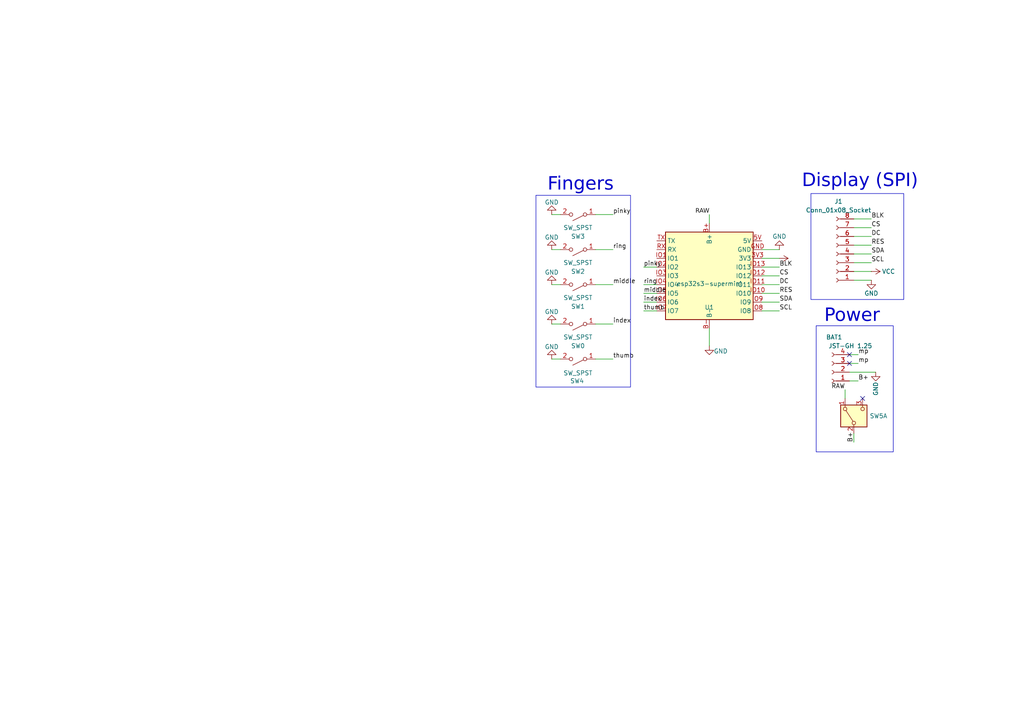
<source format=kicad_sch>
(kicad_sch (version 20250114) (generator "eeschema") (generator_version "9.0")
  (paper "A4")
  (lib_symbols
    (symbol "Connector:Conn_01x04_Socket" (pin_names (offset 1.016) (hide yes))
      (property "Reference" "J" (at 0 5.08 0))
      (property "Value" "Conn_01x04_Socket" (at 0 -7.62 0))
      (symbol "Conn_01x04_Socket_1_1"
        (polyline (pts (xy -1.27 2.54) (xy -0.508 2.54)) (stroke (width 0.1524)))
        (polyline (pts (xy -1.27 0) (xy -0.508 0)) (stroke (width 0.1524)))
        (polyline (pts (xy -1.27 -2.54) (xy -0.508 -2.54)) (stroke (width 0.1524)))
        (polyline (pts (xy -1.27 -5.08) (xy -0.508 -5.08)) (stroke (width 0.1524)))
        (arc (start 0 2.032) (mid -0.5058 2.54) (end 0 3.048) (stroke (width 0.1524)))
        (arc (start 0 -0.508) (mid -0.5058 0) (end 0 0.508) (stroke (width 0.1524)))
        (arc (start 0 -3.048) (mid -0.5058 -2.54) (end 0 -2.032) (stroke (width 0.1524)))
        (arc (start 0 -5.588) (mid -0.5058 -5.08) (end 0 -4.572) (stroke (width 0.1524)))
        (pin passive line (at -5.08 2.54 0) (length 3.81) (name "Pin_1") (number "1"))
        (pin passive line (at -5.08 0 0) (length 3.81) (name "Pin_2") (number "2"))
        (pin passive line (at -5.08 -2.54 0) (length 3.81) (name "Pin_3") (number "3"))
        (pin passive line (at -5.08 -5.08 0) (length 3.81) (name "Pin_4") (number "4"))
      )
    )
    (symbol "Connector:Conn_01x08_Socket" (pin_names (offset 1.016) (hide yes))
      (property "Reference" "J" (at 0 10.16 0))
      (property "Value" "Conn_01x08_Socket" (at 0 -12.7 0))
      (symbol "Conn_01x08_Socket_1_1"
        (polyline (pts (xy -1.27 7.62) (xy -0.508 7.62)) (stroke (width 0.1524)))
        (polyline (pts (xy -1.27 5.08) (xy -0.508 5.08)) (stroke (width 0.1524)))
        (polyline (pts (xy -1.27 2.54) (xy -0.508 2.54)) (stroke (width 0.1524)))
        (polyline (pts (xy -1.27 0) (xy -0.508 0)) (stroke (width 0.1524)))
        (polyline (pts (xy -1.27 -2.54) (xy -0.508 -2.54)) (stroke (width 0.1524)))
        (polyline (pts (xy -1.27 -5.08) (xy -0.508 -5.08)) (stroke (width 0.1524)))
        (polyline (pts (xy -1.27 -7.62) (xy -0.508 -7.62)) (stroke (width 0.1524)))
        (polyline (pts (xy -1.27 -10.16) (xy -0.508 -10.16)) (stroke (width 0.1524)))
        (arc (start 0 7.112) (mid -0.5058 7.62) (end 0 8.128) (stroke (width 0.1524)))
        (arc (start 0 4.572) (mid -0.5058 5.08) (end 0 5.588) (stroke (width 0.1524)))
        (arc (start 0 2.032) (mid -0.5058 2.54) (end 0 3.048) (stroke (width 0.1524)))
        (arc (start 0 -0.508) (mid -0.5058 0) (end 0 0.508) (stroke (width 0.1524)))
        (arc (start 0 -3.048) (mid -0.5058 -2.54) (end 0 -2.032) (stroke (width 0.1524)))
        (arc (start 0 -5.588) (mid -0.5058 -5.08) (end 0 -4.572) (stroke (width 0.1524)))
        (arc (start 0 -8.128) (mid -0.5058 -7.62) (end 0 -7.112) (stroke (width 0.1524)))
        (arc (start 0 -10.668) (mid -0.5058 -10.16) (end 0 -9.652) (stroke (width 0.1524)))
        (pin passive line (at -5.08 7.62 0) (length 3.81) (name "Pin_1") (number "1"))
        (pin passive line (at -5.08 5.08 0) (length 3.81) (name "Pin_2") (number "2"))
        (pin passive line (at -5.08 2.54 0) (length 3.81) (name "Pin_3") (number "3"))
        (pin passive line (at -5.08 0 0) (length 3.81) (name "Pin_4") (number "4"))
        (pin passive line (at -5.08 -2.54 0) (length 3.81) (name "Pin_5") (number "5"))
        (pin passive line (at -5.08 -5.08 0) (length 3.81) (name "Pin_6") (number "6"))
        (pin passive line (at -5.08 -7.62 0) (length 3.81) (name "Pin_7") (number "7"))
        (pin passive line (at -5.08 -10.16 0) (length 3.81) (name "Pin_8") (number "8"))
      )
    )
    (symbol "Switch:SW_DPDT_x2" (pin_names (offset 0) (hide yes))
      (property "Reference" "SW" (at 0 5.08 0))
      (property "Value" "SW_DPDT_x2" (at 0 -5.08 0))
      (symbol "SW_DPDT_x2_0_0"
        (circle (center -2.032 0) (radius 0.508))
        (circle (center 2.032 -2.54) (radius 0.508))
      )
      (symbol "SW_DPDT_x2_0_1"
        (rectangle (start -3.175 3.81) (end 3.175 -3.81) (stroke (width 0.254)) (fill (type background)))
        (polyline (pts (xy -1.524 0.254) (xy 1.5748 2.286)))
        (circle (center 2.032 2.54) (radius 0.508))
      )
      (symbol "SW_DPDT_x2_1_1"
        (pin passive line (at -5.08 0 0) (length 2.54) (name "B") (number "2"))
        (pin passive line (at 5.08 2.54 180) (length 2.54) (name "A") (number "1"))
        (pin passive line (at 5.08 -2.54 180) (length 2.54) (name "C") (number "3"))
      )
      (symbol "SW_DPDT_x2_2_1"
        (pin passive line (at -5.08 0 0) (length 2.54) (name "B") (number "5"))
        (pin passive line (at 5.08 2.54 180) (length 2.54) (name "A") (number "4"))
        (pin passive line (at 5.08 -2.54 180) (length 2.54) (name "C") (number "6"))
      )
    )
    (symbol "esp32s3-supermini:esp32s3-supermini"
      (property "Reference" "U1" (at 2.54 -15.24 0))
      (property "Value" "esp32s3-supermini" (at -6.604 1.778 0))
      (symbol "esp32s3-supermini_1_1"
        (rectangle (start -12.7 15.24) (end 12.7 -10.16) (stroke (width 0.254)) (fill (type background)))
        (pin output line (at -15.24 12.7 0) (length 2.54) (name "TX") (number "TX"))
        (pin input line (at -15.24 10.16 0) (length 2.54) (name "RX") (number "RX"))
        (pin bidirectional line (at -15.24 7.62 0) (length 2.54) (name "IO1") (number "IO1"))
        (pin bidirectional line (at -15.24 5.08 0) (length 2.54) (name "IO2") (number "IO2"))
        (pin bidirectional line (at -15.24 2.54 0) (length 2.54) (name "IO3") (number "IO3"))
        (pin bidirectional line (at -15.24 0 0) (length 2.54) (name "IO4") (number "IO4"))
        (pin bidirectional line (at -15.24 -2.54 0) (length 2.54) (name "IO5") (number "IO5"))
        (pin bidirectional line (at -15.24 -5.08 0) (length 2.54) (name "IO6") (number "IO6"))
        (pin bidirectional line (at -15.24 -7.62 0) (length 2.54) (name "IO7") (number "IO7"))
        (pin passive line (at 0 17.78 270) (length 2.54) (name "B+") (number "B+"))
        (pin passive line (at 0 -12.7 90) (length 2.54) (name "B-") (number "B-"))
        (pin power_in line (at 15.24 12.7 180) (length 2.54) (name "5V") (number "5V"))
        (pin power_in line (at 15.24 10.16 180) (length 2.54) (name "GND") (number "GND"))
        (pin power_out line (at 15.24 7.62 180) (length 2.54) (name "3V3") (number "3V3"))
        (pin bidirectional line (at 15.24 5.08 180) (length 2.54) (name "IO13") (number "IO13"))
        (pin bidirectional line (at 15.24 2.54 180) (length 2.54) (name "IO12") (number "IO12"))
        (pin bidirectional line (at 15.24 0 180) (length 2.54) (name "IO11") (number "IO11"))
        (pin bidirectional line (at 15.24 -2.54 180) (length 2.54) (name "IO10") (number "IO10"))
        (pin bidirectional line (at 15.24 -5.08 180) (length 2.54) (name "IO9") (number "IO9"))
        (pin bidirectional line (at 15.24 -7.62 180) (length 2.54) (name "IO8") (number "IO8"))
      )
    )
    (symbol "power:GND" (power) (pin_numbers (hide yes)) (pin_names (offset 0) (hide yes))
      (property "Value" "GND" (at 0 -3.81 0))
      (symbol "GND_0_1"
        (polyline (pts (xy 0 0) (xy 0 -1.27) (xy 1.27 -1.27) (xy 0 -2.54) (xy -1.27 -1.27) (xy 0 -1.27)))
      )
      (symbol "GND_1_1"
        (pin power_in line (at 0 0 270) (length 0) (name "~") (number "1"))
      )
    )
    (symbol "power:VCC" (power) (pin_numbers (hide yes)) (pin_names (offset 0) (hide yes))
      (property "Value" "VCC" (at 0 3.556 0))
      (symbol "VCC_0_1"
        (polyline (pts (xy -0.762 1.27) (xy 0 2.54)))
        (polyline (pts (xy 0 2.54) (xy 0.762 1.27)))
        (polyline (pts (xy 0 0) (xy 0 2.54)))
      )
      (symbol "VCC_1_1"
        (pin power_in line (at 0 0 90) (length 0) (name "~") (number "1"))
      )
    )
    (symbol "sw_spst_rt_ang_tactile:SW_SPST" (pin_names (offset 0) (hide yes))
      (property "Reference" "SW" (at 0 3.175 0))
      (property "Value" "SW_SPST" (at 0 -2.54 0))
      (symbol "SW_SPST_0_0"
        (circle (center -2.032 0) (radius 0.508))
        (polyline (pts (xy -1.524 0.254) (xy 1.524 1.778)))
        (circle (center 2.032 0) (radius 0.508))
      )
      (symbol "SW_SPST_1_1"
        (pin passive line (at -5.08 0 0) (length 2.54) (name "A") (number "1"))
        (pin passive line (at 5.08 0 180) (length 2.54) (name "B") (number "2"))
      )
    )
  )
  (rectangle (start 155.448 56.642) (end 182.88 112.268))
  (rectangle (start 236.728 94.488) (end 259.08 131.064))
  (rectangle (start 235.204 56.134) (end 262.128 86.868))
  (text "Fingers\n" (at 168.402 54.61 0) (effects (font (size 3.81 3.81))))
  (text "Display (SPI)" (at 249.428 53.594 0) (effects (font (size 3.81 3.81))))
  (text "Power\n" (at 247.142 92.71 0) (effects (font (size 3.81 3.81))))
  (no_connect (at 246.38 102.87))
  (no_connect (at 250.19 115.57))
  (no_connect (at 246.38 105.41))
  (wire (pts (xy 246.38 105.41) (xy 248.92 105.41)))
  (wire (pts (xy 205.74 64.77) (xy 205.74 62.23)))
  (wire (pts (xy 246.38 102.87) (xy 248.92 102.87)))
  (wire (pts (xy 220.98 72.39) (xy 226.06 72.39)))
  (wire (pts (xy 186.69 87.63) (xy 190.5 87.63)))
  (wire (pts (xy 247.65 73.66) (xy 252.73 73.66)))
  (wire (pts (xy 172.72 62.23) (xy 177.8 62.23)))
  (wire (pts (xy 172.72 93.98) (xy 177.8 93.98)))
  (wire (pts (xy 160.02 72.39) (xy 162.56 72.39)))
  (wire (pts (xy 247.65 71.12) (xy 252.73 71.12)))
  (wire (pts (xy 247.65 68.58) (xy 252.73 68.58)))
  (wire (pts (xy 220.98 85.09) (xy 226.06 85.09)))
  (wire (pts (xy 247.65 76.2) (xy 252.73 76.2)))
  (wire (pts (xy 186.69 85.09) (xy 190.5 85.09)))
  (wire (pts (xy 186.69 82.55) (xy 190.5 82.55)))
  (wire (pts (xy 172.72 82.55) (xy 177.8 82.55)))
  (wire (pts (xy 247.65 125.73) (xy 247.65 128.27)))
  (wire (pts (xy 220.98 77.47) (xy 226.06 77.47)))
  (wire (pts (xy 220.98 90.17) (xy 226.06 90.17)))
  (wire (pts (xy 205.74 95.25) (xy 205.74 100.33)))
  (wire (pts (xy 247.65 78.74) (xy 252.73 78.74)))
  (wire (pts (xy 172.72 104.14) (xy 177.8 104.14)))
  (wire (pts (xy 220.98 80.01) (xy 226.06 80.01)))
  (wire (pts (xy 186.69 77.47) (xy 190.5 77.47)))
  (wire (pts (xy 245.11 113.03) (xy 245.11 115.57)))
  (wire (pts (xy 172.72 72.39) (xy 177.8 72.39)))
  (wire (pts (xy 247.65 66.04) (xy 252.73 66.04)))
  (wire (pts (xy 160.02 104.14) (xy 162.56 104.14)))
  (wire (pts (xy 160.02 82.55) (xy 162.56 82.55)))
  (wire (pts (xy 246.38 110.49) (xy 248.92 110.49)))
  (wire (pts (xy 246.38 107.95) (xy 254 107.95)))
  (wire (pts (xy 220.98 87.63) (xy 226.06 87.63)))
  (wire (pts (xy 247.65 81.28) (xy 252.73 81.28)))
  (wire (pts (xy 160.02 93.98) (xy 162.56 93.98)))
  (wire (pts (xy 247.65 63.5) (xy 252.73 63.5)))
  (wire (pts (xy 220.98 82.55) (xy 226.06 82.55)))
  (wire (pts (xy 220.98 74.93) (xy 226.06 74.93)))
  (wire (pts (xy 160.02 62.23) (xy 162.56 62.23)))
  (wire (pts (xy 186.69 90.17) (xy 190.5 90.17)))
  (label "ring" (at 177.8 72.39 0))
  (label "B+" (at 248.92 110.49 0))
  (label "thumb" (at 177.8 104.14 0))
  (label "mp" (at 248.92 105.41 0))
  (label "B+" (at 247.65 128.27 90))
  (label "RAW" (at 205.74 62.23 180))
  (label "SCL" (at 252.73 76.2 0))
  (label "RES" (at 226.06 85.09 0))
  (label "CS" (at 252.73 66.04 0))
  (label "pinky" (at 186.69 77.47 0))
  (label "SDA" (at 226.06 87.63 0))
  (label "ring" (at 186.69 82.55 0))
  (label "SDA" (at 252.73 73.66 0))
  (label "mp" (at 248.92 102.87 0))
  (label "CS" (at 226.06 80.01 0))
  (label "middle" (at 177.8 82.55 0))
  (label "BLK" (at 226.06 77.47 0))
  (label "index" (at 177.8 93.98 0))
  (label "DC" (at 226.06 82.55 0))
  (label "pinky" (at 177.8 62.23 0))
  (label "middle" (at 186.69 85.09 0))
  (label "SCL" (at 226.06 90.17 0))
  (label "index" (at 186.69 87.63 0))
  (label "BLK" (at 252.73 63.5 0))
  (label "thumb" (at 186.69 90.17 0))
  (label "RAW" (at 245.11 113.03 180))
  (label "DC" (at 252.73 68.58 0))
  (label "RES" (at 252.73 71.12 0))
  (symbol (lib_id "Connector:Conn_01x08_Socket") (at 242.57 73.66 180) (unit 1)
    (property "Reference" "J1" (at 243.205 58.42 0))
    (property "Value" "Conn_01x08_Socket" (at 243.205 60.96 0))
    (property "Footprint" "footprints:tft-169-st7789-rt-ang" (effects (hide yes)))
    (property "Description" "Generic connector, single row, 01x08, script generated" (effects (hide yes)))
  )
  (symbol (lib_id "Switch:SW_DPDT_x2") (at 247.65 120.65 90) (unit 1)
    (property "Reference" "SW5" (at 252.222 120.65 90) (effects (justify right)))
    (property "Value" "SW_DPDT_x2" (effects (hide yes)))
    (property "Footprint" "sw_spdt_slide_mskt-12c03:Untitled" (effects (hide yes)))
    (property "Description" "Switch, dual pole double throw, separate symbols" (effects (hide yes)))
  )
  (symbol (lib_id "power:GND") (at 226.06 72.39 180) (unit 1)
    (property "Reference" "#PWR09" (effects (hide yes)))
    (property "Value" "GND" (at 226.06 68.58 0))
    (property "Description" "Power symbol creates a global label with name \"GND\" , ground" (effects (hide yes)))
  )
  (symbol (lib_id "esp32s3-supermini:esp32s3-supermini") (at 205.74 82.55 0) (unit 1)
    (property "Reference" "U1" (at 205.74 89.154 0))
    (property "Value" "esp32s3-supermini" (at 205.74 82.296 0))
    (property "Footprint" "ESP32-S3-SuperMini_SMT" (effects (hide yes)))
    (property "Description" "ESP32-S3 SuperMini breakout, castellated SMT footprint match" (effects (hide yes)))
  )
  (symbol (lib_id "sw_spst_rt_ang_tactile:SW_SPST") (at 167.64 104.14 180) (unit 1)
    (property "Reference" "SW4" (at 167.386 110.49 0))
    (property "Value" "SW_SPST" (at 167.64 108.204 0))
    (property "Footprint" "Button_Switch_SMD:Panasonic_EVQPUL_EVQPUC" (effects (hide yes)))
    (property "Description" "Single Pole Single Throw (SPST) switch" (effects (hide yes)))
  )
  (symbol (lib_id "sw_spst_rt_ang_tactile:SW_SPST") (at 167.64 93.98 180) (unit 1)
    (property "Reference" "SW0" (at 167.64 100.33 0))
    (property "Value" "SW_SPST" (at 167.64 97.79 0))
    (property "Footprint" "Button_Switch_SMD:Panasonic_EVQPUL_EVQPUC" (effects (hide yes)))
    (property "Description" "Single Pole Single Throw (SPST) switch" (effects (hide yes)))
  )
  (symbol (lib_id "power:GND") (at 252.73 81.28 0) (unit 1)
    (property "Reference" "#PWR010" (effects (hide yes)))
    (property "Value" "GND" (at 252.73 85.09 0))
    (property "Description" "Power symbol creates a global label with name \"GND\" , ground" (effects (hide yes)))
  )
  (symbol (lib_id "power:VCC") (at 226.06 74.93 270) (unit 1)
    (property "Reference" "#PWR02" (effects (hide yes)))
    (property "Value" "VCC" (effects (hide yes)))
    (property "Description" "Power symbol creates a global label with name \"VCC\"" (effects (hide yes)))
  )
  (symbol (lib_id "power:GND") (at 160.02 82.55 180) (unit 1)
    (property "Reference" "#PWR05" (effects (hide yes)))
    (property "Value" "GND" (at 160.02 78.994 0))
    (property "Description" "Power symbol creates a global label with name \"GND\" , ground" (effects (hide yes)))
  )
  (symbol (lib_id "power:GND") (at 160.02 62.23 180) (unit 1)
    (property "Reference" "#PWR08" (effects (hide yes)))
    (property "Value" "GND" (at 160.02 58.674 0))
    (property "Description" "Power symbol creates a global label with name \"GND\" , ground" (effects (hide yes)))
  )
  (symbol (lib_id "power:GND") (at 160.02 93.98 180) (unit 1)
    (property "Reference" "#PWR06" (effects (hide yes)))
    (property "Value" "GND" (at 160.02 90.424 0))
    (property "Description" "Power symbol creates a global label with name \"GND\" , ground" (effects (hide yes)))
  )
  (symbol (lib_id "power:VCC") (at 252.73 78.74 270) (unit 1)
    (property "Reference" "#PWR011" (effects (hide yes)))
    (property "Value" "VCC" (at 255.778 78.74 90) (effects (justify left)))
    (property "Description" "Power symbol creates a global label with name \"VCC\"" (effects (hide yes)))
  )
  (symbol (lib_id "Connector:Conn_01x04_Socket") (at 241.3 107.95 180) (unit 1)
    (property "Reference" "BAT1" (at 241.935 97.79 0))
    (property "Value" "JST-GH 1.25" (at 246.634 100.33 0))
    (property "Footprint" "footprints:JST_GH_SM02B-GHS-TB_1x02-1MP_P1.25mm_Horizontal" (effects (hide yes)))
    (property "Description" "Generic connector, single row, 01x04, script generated" (effects (hide yes)))
  )
  (symbol (lib_id "sw_spst_rt_ang_tactile:SW_SPST") (at 167.64 62.23 180) (unit 1)
    (property "Reference" "SW3" (at 167.64 68.58 0))
    (property "Value" "SW_SPST" (at 167.64 66.04 0))
    (property "Footprint" "Button_Switch_SMD:Panasonic_EVQPUL_EVQPUC" (effects (hide yes)))
    (property "Description" "Single Pole Single Throw (SPST) switch" (effects (hide yes)))
  )
  (symbol (lib_id "power:GND") (at 160.02 104.14 180) (unit 1)
    (property "Reference" "#PWR07" (effects (hide yes)))
    (property "Value" "GND" (at 160.02 100.584 0))
    (property "Description" "Power symbol creates a global label with name \"GND\" , ground" (effects (hide yes)))
  )
  (symbol (lib_id "sw_spst_rt_ang_tactile:SW_SPST") (at 167.64 72.39 180) (unit 1)
    (property "Reference" "SW2" (at 167.64 78.74 0))
    (property "Value" "SW_SPST" (at 167.64 76.2 0))
    (property "Footprint" "Button_Switch_SMD:Panasonic_EVQPUL_EVQPUC" (effects (hide yes)))
    (property "Description" "Single Pole Single Throw (SPST) switch" (effects (hide yes)))
  )
  (symbol (lib_id "power:GND") (at 160.02 72.39 180) (unit 1)
    (property "Reference" "#PWR04" (effects (hide yes)))
    (property "Value" "GND" (at 160.02 68.834 0))
    (property "Description" "Power symbol creates a global label with name \"GND\" , ground" (effects (hide yes)))
  )
  (symbol (lib_id "power:GND") (at 205.74 100.33 0) (unit 1)
    (property "Reference" "#PWR01" (effects (hide yes)))
    (property "Value" "GND" (at 209.042 101.854 0))
    (property "Description" "Power symbol creates a global label with name \"GND\" , ground" (effects (hide yes)))
  )
  (symbol (lib_id "sw_spst_rt_ang_tactile:SW_SPST") (at 167.64 82.55 180) (unit 1)
    (property "Reference" "SW1" (at 167.64 88.9 0))
    (property "Value" "SW_SPST" (at 167.64 86.36 0))
    (property "Footprint" "Button_Switch_SMD:Panasonic_EVQPUL_EVQPUC" (effects (hide yes)))
    (property "Description" "Single Pole Single Throw (SPST) switch" (effects (hide yes)))
  )
  (symbol (lib_id "power:GND") (at 254 107.95 0) (unit 1)
    (property "Reference" "#PWR03" (effects (hide yes)))
    (property "Value" "GND" (at 254 112.776 90))
    (property "Description" "Power symbol creates a global label with name \"GND\" , ground" (effects (hide yes)))
  )
)
</source>
